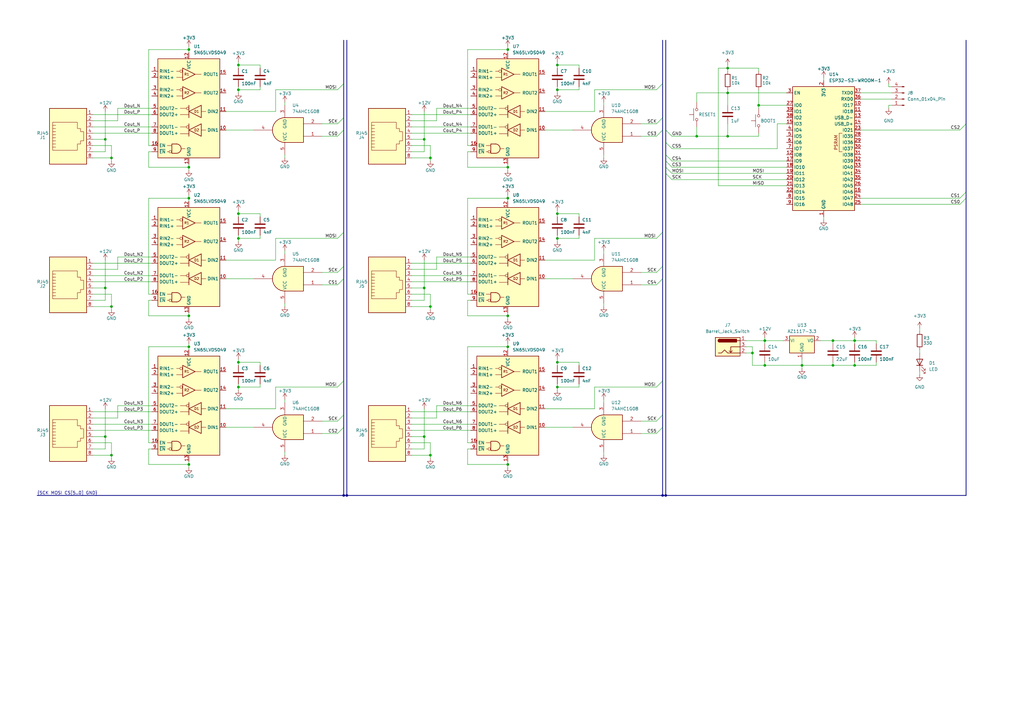
<source format=kicad_sch>
(kicad_sch (version 20250114) (generator "eeschema") (generator_version "9.0")
  (paper "A3")
  (junction (at 97.79 97.79))
  (junction (at 45.72 64.77))
  (junction (at 208.28 129.54))
  (junction (at 208.28 20.32))
  (junction (at 285.75 55.88))
  (junction (at 97.79 36.83))
  (junction (at 208.28 81.28))
  (junction (at 176.53 186.69))
  (junction (at 97.79 148.59))
  (junction (at 97.79 87.63))
  (junction (at 97.79 158.75))
  (junction (at 313.69 139.7))
  (junction (at 43.18 57.15))
  (junction (at 298.45 27.94))
  (junction (at 341.63 149.86))
  (junction (at 45.72 186.69))
  (junction (at 176.53 64.77))
  (junction (at 311.15 43.18))
  (junction (at 228.6 148.59))
  (junction (at 173.99 118.11))
  (junction (at 208.28 68.58))
  (junction (at 77.47 68.58))
  (junction (at 77.47 142.24))
  (junction (at 140.97 203.2))
  (junction (at 228.6 87.63))
  (junction (at 298.45 38.1))
  (junction (at 308.61 144.78))
  (junction (at 228.6 97.79))
  (junction (at 43.18 118.11))
  (junction (at 271.78 203.2))
  (junction (at 228.6 36.83))
  (junction (at 173.99 179.07))
  (junction (at 328.93 149.86))
  (junction (at 208.28 190.5))
  (junction (at 350.52 139.7))
  (junction (at 341.63 139.7))
  (junction (at 77.47 190.5))
  (junction (at 173.99 57.15))
  (junction (at 142.24 203.2))
  (junction (at 77.47 20.32))
  (junction (at 228.6 26.67))
  (junction (at 228.6 158.75))
  (junction (at 313.69 149.86))
  (junction (at 77.47 81.28))
  (junction (at 273.05 203.2))
  (junction (at 97.79 26.67))
  (junction (at 43.18 179.07))
  (junction (at 45.72 125.73))
  (junction (at 77.47 129.54))
  (junction (at 176.53 125.73))
  (junction (at 208.28 142.24))
  (junction (at 350.52 149.86))
  (junction (at 298.45 55.88))
  (bus_entry (at 396.24 81.28) (size -2.54 2.54))
  (bus_entry (at 273.05 58.42) (size 2.54 2.54))
  (bus_entry (at 140.97 34.29) (size -2.54 2.54))
  (bus_entry (at 140.97 95.25) (size -2.54 2.54))
  (bus_entry (at 271.78 156.21) (size -2.54 2.54))
  (bus_entry (at 271.78 53.34) (size -2.54 2.54))
  (bus_entry (at 140.97 170.18) (size -2.54 2.54))
  (bus_entry (at 273.05 53.34) (size 2.54 2.54))
  (bus_entry (at 271.78 34.29) (size -2.54 2.54))
  (bus_entry (at 396.24 78.74) (size -2.54 2.54))
  (bus_entry (at 396.24 50.8) (size -2.54 2.54))
  (bus_entry (at 273.05 66.04) (size 2.54 2.54))
  (bus_entry (at 273.05 71.12) (size 2.54 2.54))
  (bus_entry (at 273.05 63.5) (size 2.54 2.54))
  (bus_entry (at 140.97 48.26) (size -2.54 2.54))
  (bus_entry (at 271.78 48.26) (size -2.54 2.54))
  (bus_entry (at 140.97 156.21) (size -2.54 2.54))
  (bus_entry (at 271.78 95.25) (size -2.54 2.54))
  (bus_entry (at 271.78 114.3) (size -2.54 2.54))
  (bus_entry (at 271.78 170.18) (size -2.54 2.54))
  (bus_entry (at 271.78 109.22) (size -2.54 2.54))
  (bus_entry (at 271.78 175.26) (size -2.54 2.54))
  (bus_entry (at 140.97 175.26) (size -2.54 2.54))
  (bus_entry (at 273.05 68.58) (size 2.54 2.54))
  (bus_entry (at 140.97 114.3) (size -2.54 2.54))
  (bus_entry (at 140.97 53.34) (size -2.54 2.54))
  (bus_entry (at 140.97 109.22) (size -2.54 2.54))
  (wire (pts (xy 173.99 167.64) (xy 173.99 179.07)))
  (wire (pts (xy 191.77 59.69) (xy 193.04 59.69)))
  (wire (pts (xy 132.08 50.8) (xy 138.43 50.8)))
  (bus (pts (xy 271.78 95.25) (xy 271.78 109.22)))
  (wire (pts (xy 106.68 36.83) (xy 97.79 36.83)))
  (wire (pts (xy 350.52 139.7) (xy 350.52 140.97)))
  (wire (pts (xy 191.77 68.58) (xy 208.28 68.58)))
  (wire (pts (xy 179.07 105.41) (xy 179.07 110.49)))
  (wire (pts (xy 341.63 139.7) (xy 341.63 140.97)))
  (wire (pts (xy 208.28 68.58) (xy 208.28 69.85)))
  (bus (pts (xy 142.24 16.51) (xy 142.24 203.2)))
  (wire (pts (xy 247.65 41.91) (xy 247.65 43.18)))
  (wire (pts (xy 208.28 20.32) (xy 208.28 21.59)))
  (wire (pts (xy 38.1 186.69) (xy 45.72 186.69)))
  (wire (pts (xy 97.79 96.52) (xy 97.79 97.79)))
  (wire (pts (xy 38.1 179.07) (xy 43.18 179.07)))
  (wire (pts (xy 298.45 38.1) (xy 322.58 38.1)))
  (wire (pts (xy 60.96 20.32) (xy 77.47 20.32)))
  (wire (pts (xy 191.77 190.5) (xy 208.28 190.5)))
  (wire (pts (xy 77.47 19.05) (xy 77.47 20.32)))
  (wire (pts (xy 275.59 60.96) (xy 318.77 60.96)))
  (wire (pts (xy 45.72 125.73) (xy 45.72 127)))
  (wire (pts (xy 228.6 87.63) (xy 237.49 87.63)))
  (wire (pts (xy 298.45 38.1) (xy 298.45 43.18)))
  (bus (pts (xy 273.05 66.04) (xy 273.05 68.58)))
  (wire (pts (xy 191.77 181.61) (xy 191.77 142.24)))
  (wire (pts (xy 38.1 176.53) (xy 62.23 176.53)))
  (wire (pts (xy 377.19 143.51) (xy 377.19 144.78)))
  (wire (pts (xy 97.79 148.59) (xy 106.68 148.59)))
  (wire (pts (xy 132.08 116.84) (xy 138.43 116.84)))
  (wire (pts (xy 275.59 71.12) (xy 322.58 71.12)))
  (wire (pts (xy 311.15 27.94) (xy 311.15 29.21)))
  (wire (pts (xy 243.84 45.72) (xy 243.84 36.83)))
  (bus (pts (xy 271.78 114.3) (xy 271.78 156.21)))
  (wire (pts (xy 262.89 177.8) (xy 269.24 177.8)))
  (wire (pts (xy 113.03 97.79) (xy 138.43 97.79)))
  (wire (pts (xy 113.03 45.72) (xy 113.03 36.83)))
  (bus (pts (xy 271.78 175.26) (xy 271.78 203.2)))
  (wire (pts (xy 92.71 167.64) (xy 113.03 167.64)))
  (wire (pts (xy 311.15 44.45) (xy 311.15 43.18)))
  (bus (pts (xy 271.78 156.21) (xy 271.78 170.18)))
  (wire (pts (xy 60.96 184.15) (xy 60.96 190.5)))
  (wire (pts (xy 168.91 59.69) (xy 176.53 59.69)))
  (wire (pts (xy 168.91 107.95) (xy 193.04 107.95)))
  (wire (pts (xy 223.52 106.68) (xy 243.84 106.68)))
  (wire (pts (xy 106.68 27.94) (xy 106.68 26.67)))
  (wire (pts (xy 168.91 49.53) (xy 179.07 49.53)))
  (wire (pts (xy 168.91 64.77) (xy 176.53 64.77)))
  (wire (pts (xy 243.84 158.75) (xy 269.24 158.75)))
  (wire (pts (xy 168.91 173.99) (xy 193.04 173.99)))
  (wire (pts (xy 60.96 81.28) (xy 77.47 81.28)))
  (wire (pts (xy 97.79 87.63) (xy 97.79 88.9)))
  (wire (pts (xy 350.52 139.7) (xy 359.41 139.7)))
  (wire (pts (xy 173.99 123.19) (xy 173.99 118.11)))
  (wire (pts (xy 106.68 158.75) (xy 97.79 158.75)))
  (wire (pts (xy 38.1 107.95) (xy 62.23 107.95)))
  (bus (pts (xy 396.24 78.74) (xy 396.24 81.28)))
  (wire (pts (xy 97.79 147.32) (xy 97.79 148.59)))
  (wire (pts (xy 294.64 27.94) (xy 294.64 76.2)))
  (wire (pts (xy 62.23 184.15) (xy 60.96 184.15)))
  (wire (pts (xy 237.49 35.56) (xy 237.49 36.83)))
  (wire (pts (xy 341.63 148.59) (xy 341.63 149.86)))
  (wire (pts (xy 208.28 80.01) (xy 208.28 81.28)))
  (wire (pts (xy 60.96 59.69) (xy 60.96 20.32)))
  (wire (pts (xy 38.1 125.73) (xy 45.72 125.73)))
  (wire (pts (xy 237.49 149.86) (xy 237.49 148.59)))
  (wire (pts (xy 223.52 53.34) (xy 234.95 53.34)))
  (wire (pts (xy 60.96 120.65) (xy 62.23 120.65)))
  (wire (pts (xy 318.77 60.96) (xy 318.77 50.8)))
  (wire (pts (xy 208.28 129.54) (xy 208.28 130.81)))
  (wire (pts (xy 77.47 68.58) (xy 77.47 69.85)))
  (wire (pts (xy 306.07 139.7) (xy 313.69 139.7)))
  (wire (pts (xy 350.52 138.43) (xy 350.52 139.7)))
  (wire (pts (xy 77.47 128.27) (xy 77.47 129.54)))
  (bus (pts (xy 140.97 114.3) (xy 140.97 156.21)))
  (wire (pts (xy 132.08 111.76) (xy 138.43 111.76)))
  (wire (pts (xy 243.84 36.83) (xy 269.24 36.83)))
  (wire (pts (xy 38.1 64.77) (xy 45.72 64.77)))
  (wire (pts (xy 208.28 142.24) (xy 208.28 143.51)))
  (wire (pts (xy 298.45 26.67) (xy 298.45 27.94)))
  (wire (pts (xy 179.07 105.41) (xy 193.04 105.41)))
  (wire (pts (xy 38.1 57.15) (xy 43.18 57.15)))
  (wire (pts (xy 106.68 97.79) (xy 106.68 96.52)))
  (wire (pts (xy 191.77 129.54) (xy 208.28 129.54)))
  (wire (pts (xy 306.07 142.24) (xy 308.61 142.24)))
  (bus (pts (xy 140.97 95.25) (xy 140.97 109.22)))
  (wire (pts (xy 237.49 36.83) (xy 228.6 36.83)))
  (wire (pts (xy 262.89 50.8) (xy 269.24 50.8)))
  (wire (pts (xy 106.68 158.75) (xy 106.68 157.48)))
  (wire (pts (xy 191.77 62.23) (xy 191.77 68.58)))
  (wire (pts (xy 38.1 184.15) (xy 43.18 184.15)))
  (wire (pts (xy 77.47 142.24) (xy 77.47 143.51)))
  (wire (pts (xy 328.93 149.86) (xy 341.63 149.86)))
  (wire (pts (xy 313.69 139.7) (xy 313.69 140.97)))
  (wire (pts (xy 298.45 27.94) (xy 298.45 29.21)))
  (wire (pts (xy 168.91 120.65) (xy 176.53 120.65)))
  (wire (pts (xy 38.1 110.49) (xy 48.26 110.49)))
  (bus (pts (xy 271.78 34.29) (xy 271.78 48.26)))
  (wire (pts (xy 228.6 86.36) (xy 228.6 87.63)))
  (wire (pts (xy 60.96 120.65) (xy 60.96 81.28)))
  (wire (pts (xy 179.07 166.37) (xy 179.07 171.45)))
  (wire (pts (xy 191.77 59.69) (xy 191.77 20.32)))
  (wire (pts (xy 168.91 123.19) (xy 173.99 123.19)))
  (wire (pts (xy 228.6 97.79) (xy 228.6 99.06)))
  (wire (pts (xy 294.64 76.2) (xy 322.58 76.2)))
  (wire (pts (xy 191.77 81.28) (xy 208.28 81.28)))
  (wire (pts (xy 92.71 53.34) (xy 104.14 53.34)))
  (wire (pts (xy 168.91 110.49) (xy 179.07 110.49)))
  (wire (pts (xy 353.06 53.34) (xy 393.7 53.34)))
  (wire (pts (xy 179.07 166.37) (xy 193.04 166.37)))
  (wire (pts (xy 223.52 45.72) (xy 243.84 45.72)))
  (wire (pts (xy 132.08 55.88) (xy 138.43 55.88)))
  (wire (pts (xy 179.07 44.45) (xy 179.07 49.53)))
  (wire (pts (xy 38.1 49.53) (xy 48.26 49.53)))
  (bus (pts (xy 273.05 53.34) (xy 273.05 58.42)))
  (wire (pts (xy 191.77 123.19) (xy 191.77 129.54)))
  (wire (pts (xy 176.53 120.65) (xy 176.53 125.73)))
  (wire (pts (xy 364.49 43.18) (xy 364.49 44.45)))
  (wire (pts (xy 97.79 26.67) (xy 106.68 26.67)))
  (bus (pts (xy 271.78 170.18) (xy 271.78 175.26)))
  (wire (pts (xy 97.79 25.4) (xy 97.79 26.67)))
  (bus (pts (xy 273.05 16.51) (xy 273.05 53.34)))
  (wire (pts (xy 247.65 64.77) (xy 247.65 63.5)))
  (wire (pts (xy 243.84 97.79) (xy 269.24 97.79)))
  (bus (pts (xy 271.78 109.22) (xy 271.78 114.3)))
  (wire (pts (xy 208.28 67.31) (xy 208.28 68.58)))
  (wire (pts (xy 275.59 68.58) (xy 322.58 68.58)))
  (wire (pts (xy 308.61 144.78) (xy 308.61 149.86)))
  (wire (pts (xy 328.93 149.86) (xy 328.93 151.13)))
  (bus (pts (xy 273.05 68.58) (xy 273.05 71.12)))
  (wire (pts (xy 77.47 20.32) (xy 77.47 21.59)))
  (wire (pts (xy 208.28 128.27) (xy 208.28 129.54)))
  (wire (pts (xy 168.91 118.11) (xy 173.99 118.11)))
  (bus (pts (xy 140.97 203.2) (xy 142.24 203.2)))
  (wire (pts (xy 168.91 54.61) (xy 193.04 54.61)))
  (bus (pts (xy 15.24 203.2) (xy 140.97 203.2)))
  (wire (pts (xy 377.19 134.62) (xy 377.19 135.89)))
  (wire (pts (xy 43.18 184.15) (xy 43.18 179.07)))
  (wire (pts (xy 298.45 36.83) (xy 298.45 38.1)))
  (wire (pts (xy 228.6 36.83) (xy 228.6 38.1)))
  (wire (pts (xy 168.91 62.23) (xy 173.99 62.23)))
  (wire (pts (xy 179.07 44.45) (xy 193.04 44.45)))
  (wire (pts (xy 168.91 57.15) (xy 173.99 57.15)))
  (wire (pts (xy 168.91 52.07) (xy 193.04 52.07)))
  (wire (pts (xy 43.18 123.19) (xy 43.18 118.11)))
  (wire (pts (xy 318.77 50.8) (xy 322.58 50.8)))
  (wire (pts (xy 308.61 149.86) (xy 313.69 149.86)))
  (wire (pts (xy 275.59 73.66) (xy 322.58 73.66)))
  (wire (pts (xy 106.68 97.79) (xy 97.79 97.79)))
  (wire (pts (xy 116.84 186.69) (xy 116.84 185.42)))
  (wire (pts (xy 38.1 115.57) (xy 62.23 115.57)))
  (wire (pts (xy 92.71 45.72) (xy 113.03 45.72)))
  (wire (pts (xy 313.69 138.43) (xy 313.69 139.7)))
  (wire (pts (xy 191.77 120.65) (xy 191.77 81.28)))
  (bus (pts (xy 140.97 53.34) (xy 140.97 95.25)))
  (wire (pts (xy 350.52 149.86) (xy 341.63 149.86)))
  (wire (pts (xy 208.28 81.28) (xy 208.28 82.55)))
  (wire (pts (xy 168.91 113.03) (xy 193.04 113.03)))
  (bus (pts (xy 273.05 71.12) (xy 273.05 203.2)))
  (wire (pts (xy 38.1 52.07) (xy 62.23 52.07)))
  (wire (pts (xy 191.77 181.61) (xy 193.04 181.61)))
  (wire (pts (xy 168.91 186.69) (xy 176.53 186.69)))
  (wire (pts (xy 298.45 27.94) (xy 311.15 27.94)))
  (wire (pts (xy 228.6 148.59) (xy 228.6 149.86)))
  (wire (pts (xy 113.03 106.68) (xy 113.03 97.79)))
  (wire (pts (xy 193.04 62.23) (xy 191.77 62.23)))
  (wire (pts (xy 377.19 152.4) (xy 377.19 153.67)))
  (wire (pts (xy 193.04 184.15) (xy 191.77 184.15)))
  (wire (pts (xy 77.47 140.97) (xy 77.47 142.24)))
  (wire (pts (xy 173.99 62.23) (xy 173.99 57.15)))
  (wire (pts (xy 173.99 106.68) (xy 173.99 118.11)))
  (wire (pts (xy 116.84 64.77) (xy 116.84 63.5)))
  (wire (pts (xy 77.47 81.28) (xy 77.47 82.55)))
  (wire (pts (xy 359.41 148.59) (xy 359.41 149.86)))
  (wire (pts (xy 353.06 83.82) (xy 393.7 83.82)))
  (wire (pts (xy 208.28 190.5) (xy 208.28 191.77)))
  (wire (pts (xy 193.04 123.19) (xy 191.77 123.19)))
  (wire (pts (xy 176.53 59.69) (xy 176.53 64.77)))
  (wire (pts (xy 106.68 35.56) (xy 106.68 36.83)))
  (wire (pts (xy 113.03 158.75) (xy 138.43 158.75)))
  (wire (pts (xy 45.72 64.77) (xy 45.72 66.04)))
  (wire (pts (xy 285.75 55.88) (xy 298.45 55.88)))
  (wire (pts (xy 176.53 64.77) (xy 176.53 66.04)))
  (wire (pts (xy 341.63 139.7) (xy 350.52 139.7)))
  (wire (pts (xy 237.49 158.75) (xy 228.6 158.75)))
  (wire (pts (xy 350.52 148.59) (xy 350.52 149.86)))
  (wire (pts (xy 365.76 35.56) (xy 364.49 35.56)))
  (wire (pts (xy 92.71 106.68) (xy 113.03 106.68)))
  (wire (pts (xy 176.53 181.61) (xy 176.53 186.69)))
  (bus (pts (xy 142.24 203.2) (xy 271.78 203.2)))
  (wire (pts (xy 45.72 120.65) (xy 45.72 125.73)))
  (wire (pts (xy 113.03 167.64) (xy 113.03 158.75)))
  (wire (pts (xy 262.89 116.84) (xy 269.24 116.84)))
  (wire (pts (xy 228.6 26.67) (xy 228.6 27.94)))
  (wire (pts (xy 364.49 35.56) (xy 364.49 34.29)))
  (wire (pts (xy 60.96 62.23) (xy 60.96 68.58)))
  (wire (pts (xy 38.1 181.61) (xy 45.72 181.61)))
  (wire (pts (xy 285.75 41.91) (xy 285.75 38.1)))
  (wire (pts (xy 45.72 186.69) (xy 45.72 187.96)))
  (wire (pts (xy 168.91 115.57) (xy 193.04 115.57)))
  (wire (pts (xy 168.91 184.15) (xy 173.99 184.15)))
  (wire (pts (xy 77.47 80.01) (xy 77.47 81.28)))
  (bus (pts (xy 273.05 63.5) (xy 273.05 66.04)))
  (wire (pts (xy 208.28 189.23) (xy 208.28 190.5)))
  (wire (pts (xy 311.15 43.18) (xy 322.58 43.18)))
  (wire (pts (xy 62.23 62.23) (xy 60.96 62.23)))
  (wire (pts (xy 228.6 158.75) (xy 228.6 160.02)))
  (wire (pts (xy 191.77 142.24) (xy 208.28 142.24)))
  (wire (pts (xy 228.6 147.32) (xy 228.6 148.59)))
  (wire (pts (xy 48.26 166.37) (xy 62.23 166.37)))
  (wire (pts (xy 60.96 181.61) (xy 60.96 142.24)))
  (wire (pts (xy 60.96 123.19) (xy 60.96 129.54)))
  (wire (pts (xy 285.75 38.1) (xy 298.45 38.1)))
  (bus (pts (xy 140.97 48.26) (xy 140.97 53.34)))
  (wire (pts (xy 243.84 106.68) (xy 243.84 97.79)))
  (wire (pts (xy 208.28 140.97) (xy 208.28 142.24)))
  (wire (pts (xy 247.65 186.69) (xy 247.65 185.42)))
  (bus (pts (xy 140.97 175.26) (xy 140.97 203.2)))
  (wire (pts (xy 313.69 148.59) (xy 313.69 149.86)))
  (wire (pts (xy 313.69 149.86) (xy 328.93 149.86)))
  (wire (pts (xy 60.96 181.61) (xy 62.23 181.61)))
  (wire (pts (xy 223.52 114.3) (xy 234.95 114.3)))
  (wire (pts (xy 350.52 149.86) (xy 359.41 149.86)))
  (wire (pts (xy 92.71 175.26) (xy 104.14 175.26)))
  (wire (pts (xy 38.1 118.11) (xy 43.18 118.11)))
  (wire (pts (xy 168.91 125.73) (xy 176.53 125.73)))
  (wire (pts (xy 43.18 106.68) (xy 43.18 118.11)))
  (wire (pts (xy 116.84 163.83) (xy 116.84 165.1)))
  (wire (pts (xy 97.79 148.59) (xy 97.79 149.86)))
  (wire (pts (xy 191.77 120.65) (xy 193.04 120.65)))
  (wire (pts (xy 243.84 167.64) (xy 243.84 158.75)))
  (wire (pts (xy 313.69 139.7) (xy 321.31 139.7)))
  (wire (pts (xy 116.84 125.73) (xy 116.84 124.46)))
  (wire (pts (xy 48.26 44.45) (xy 48.26 49.53)))
  (wire (pts (xy 43.18 45.72) (xy 43.18 57.15)))
  (bus (pts (xy 271.78 203.2) (xy 273.05 203.2)))
  (wire (pts (xy 176.53 125.73) (xy 176.53 127)))
  (wire (pts (xy 337.82 88.9) (xy 337.82 90.17)))
  (wire (pts (xy 48.26 105.41) (xy 48.26 110.49)))
  (wire (pts (xy 97.79 86.36) (xy 97.79 87.63)))
  (wire (pts (xy 191.77 20.32) (xy 208.28 20.32)))
  (wire (pts (xy 275.59 66.04) (xy 322.58 66.04)))
  (wire (pts (xy 43.18 62.23) (xy 43.18 57.15)))
  (bus (pts (xy 396.24 81.28) (xy 396.24 203.2)))
  (bus (pts (xy 271.78 53.34) (xy 271.78 95.25)))
  (wire (pts (xy 247.65 125.73) (xy 247.65 124.46)))
  (wire (pts (xy 97.79 87.63) (xy 106.68 87.63)))
  (wire (pts (xy 237.49 88.9) (xy 237.49 87.63)))
  (wire (pts (xy 294.64 27.94) (xy 298.45 27.94)))
  (wire (pts (xy 38.1 54.61) (xy 62.23 54.61)))
  (wire (pts (xy 60.96 68.58) (xy 77.47 68.58)))
  (wire (pts (xy 298.45 50.8) (xy 298.45 55.88)))
  (wire (pts (xy 168.91 46.99) (xy 193.04 46.99)))
  (wire (pts (xy 97.79 26.67) (xy 97.79 27.94)))
  (bus (pts (xy 271.78 16.51) (xy 271.78 34.29)))
  (wire (pts (xy 38.1 62.23) (xy 43.18 62.23)))
  (wire (pts (xy 223.52 175.26) (xy 234.95 175.26)))
  (wire (pts (xy 237.49 97.79) (xy 237.49 96.52)))
  (bus (pts (xy 396.24 16.51) (xy 396.24 50.8)))
  (wire (pts (xy 97.79 97.79) (xy 97.79 99.06)))
  (wire (pts (xy 106.68 88.9) (xy 106.68 87.63)))
  (wire (pts (xy 45.72 59.69) (xy 45.72 64.77)))
  (wire (pts (xy 97.79 36.83) (xy 97.79 38.1)))
  (wire (pts (xy 48.26 105.41) (xy 62.23 105.41)))
  (wire (pts (xy 228.6 25.4) (xy 228.6 26.67)))
  (wire (pts (xy 328.93 147.32) (xy 328.93 149.86)))
  (wire (pts (xy 38.1 113.03) (xy 62.23 113.03)))
  (bus (pts (xy 273.05 58.42) (xy 273.05 63.5)))
  (wire (pts (xy 237.49 158.75) (xy 237.49 157.48)))
  (wire (pts (xy 60.96 129.54) (xy 77.47 129.54)))
  (wire (pts (xy 337.82 31.75) (xy 337.82 33.02)))
  (wire (pts (xy 60.96 142.24) (xy 77.47 142.24)))
  (wire (pts (xy 228.6 87.63) (xy 228.6 88.9)))
  (wire (pts (xy 106.68 149.86) (xy 106.68 148.59)))
  (wire (pts (xy 228.6 26.67) (xy 237.49 26.67)))
  (wire (pts (xy 48.26 44.45) (xy 62.23 44.45)))
  (bus (pts (xy 273.05 203.2) (xy 396.24 203.2)))
  (wire (pts (xy 48.26 166.37) (xy 48.26 171.45)))
  (wire (pts (xy 237.49 97.79) (xy 228.6 97.79)))
  (wire (pts (xy 77.47 129.54) (xy 77.47 130.81)))
  (wire (pts (xy 353.06 38.1) (xy 365.76 38.1)))
  (wire (pts (xy 38.1 173.99) (xy 62.23 173.99)))
  (wire (pts (xy 168.91 171.45) (xy 179.07 171.45)))
  (wire (pts (xy 228.6 157.48) (xy 228.6 158.75)))
  (wire (pts (xy 247.65 163.83) (xy 247.65 165.1)))
  (wire (pts (xy 45.72 181.61) (xy 45.72 186.69)))
  (bus (pts (xy 140.97 170.18) (xy 140.97 175.26)))
  (wire (pts (xy 168.91 168.91) (xy 193.04 168.91)))
  (wire (pts (xy 285.75 55.88) (xy 285.75 52.07)))
  (wire (pts (xy 353.06 40.64) (xy 365.76 40.64)))
  (bus (pts (xy 140.97 109.22) (xy 140.97 114.3)))
  (wire (pts (xy 353.06 81.28) (xy 393.7 81.28)))
  (wire (pts (xy 60.96 190.5) (xy 77.47 190.5)))
  (wire (pts (xy 262.89 111.76) (xy 269.24 111.76)))
  (wire (pts (xy 247.65 102.87) (xy 247.65 104.14)))
  (wire (pts (xy 336.55 139.7) (xy 341.63 139.7)))
  (wire (pts (xy 275.59 55.88) (xy 285.75 55.88)))
  (wire (pts (xy 365.76 43.18) (xy 364.49 43.18)))
  (bus (pts (xy 140.97 16.51) (xy 140.97 34.29)))
  (wire (pts (xy 38.1 168.91) (xy 62.23 168.91)))
  (wire (pts (xy 132.08 172.72) (xy 138.43 172.72)))
  (bus (pts (xy 140.97 34.29) (xy 140.97 48.26)))
  (wire (pts (xy 262.89 172.72) (xy 269.24 172.72)))
  (wire (pts (xy 77.47 190.5) (xy 77.47 191.77)))
  (wire (pts (xy 228.6 96.52) (xy 228.6 97.79)))
  (wire (pts (xy 97.79 157.48) (xy 97.79 158.75)))
  (bus (pts (xy 396.24 50.8) (xy 396.24 78.74)))
  (wire (pts (xy 228.6 148.59) (xy 237.49 148.59)))
  (wire (pts (xy 208.28 19.05) (xy 208.28 20.32)))
  (wire (pts (xy 168.91 179.07) (xy 173.99 179.07)))
  (wire (pts (xy 113.03 36.83) (xy 138.43 36.83)))
  (wire (pts (xy 176.53 186.69) (xy 176.53 187.96)))
  (wire (pts (xy 168.91 181.61) (xy 176.53 181.61)))
  (bus (pts (xy 271.78 48.26) (xy 271.78 53.34)))
  (wire (pts (xy 116.84 41.91) (xy 116.84 43.18)))
  (bus (pts (xy 140.97 156.21) (xy 140.97 170.18)))
  (wire (pts (xy 62.23 123.19) (xy 60.96 123.19)))
  (wire (pts (xy 38.1 171.45) (xy 48.26 171.45)))
  (wire (pts (xy 311.15 36.83) (xy 311.15 43.18)))
  (wire (pts (xy 173.99 45.72) (xy 173.99 57.15)))
  (wire (pts (xy 97.79 35.56) (xy 97.79 36.83)))
  (wire (pts (xy 77.47 67.31) (xy 77.47 68.58)))
  (wire (pts (xy 262.89 55.88) (xy 269.24 55.88)))
  (wire (pts (xy 237.49 27.94) (xy 237.49 26.67)))
  (wire (pts (xy 60.96 59.69) (xy 62.23 59.69)))
  (wire (pts (xy 97.79 158.75) (xy 97.79 160.02)))
  (wire (pts (xy 116.84 102.87) (xy 116.84 104.14)))
  (wire (pts (xy 168.91 176.53) (xy 193.04 176.53)))
  (wire (pts (xy 38.1 120.65) (xy 45.72 120.65)))
  (wire (pts (xy 38.1 46.99) (xy 62.23 46.99)))
  (wire (pts (xy 173.99 184.15) (xy 173.99 179.07)))
  (wire (pts (xy 92.71 114.3) (xy 104.14 114.3)))
  (wire (pts (xy 77.47 189.23) (xy 77.47 190.5)))
  (wire (pts (xy 308.61 142.24) (xy 308.61 144.78)))
  (wire (pts (xy 228.6 35.56) (xy 228.6 36.83)))
  (wire (pts (xy 311.15 55.88) (xy 298.45 55.88)))
  (wire (pts (xy 223.52 167.64) (xy 243.84 167.64)))
  (wire (pts (xy 311.15 54.61) (xy 311.15 55.88)))
  (wire (pts (xy 43.18 167.64) (xy 43.18 179.07)))
  (wire (pts (xy 132.08 177.8) (xy 138.43 177.8)))
  (wire (pts (xy 359.41 139.7) (xy 359.41 140.97)))
  (wire (pts (xy 38.1 123.19) (xy 43.18 123.19)))
  (wire (pts (xy 306.07 144.78) (xy 308.61 144.78)))
  (wire (pts (xy 191.77 184.15) (xy 191.77 190.5)))
  (wire (pts (xy 38.1 59.69) (xy 45.72 59.69)))
  (label "Dout_N6" (at 181.61 166.37 0))
  (label "SCK" (at 275.59 73.66 0))
  (label "{SCK MOSI CS[5..0] GND}" (at 15.24 203.2 0))
  (label "MOSI" (at 264.16 97.79 0))
  (label "Cout_P2" (at 50.8 115.57 0))
  (label "Cout_P3" (at 50.8 176.53 0))
  (label "CS4" (at 275.59 66.04 0))
  (label "CS3" (at 275.59 68.58 0))
  (label "CS5" (at 275.59 60.96 0))
  (label "Cout_N4" (at 181.61 52.07 0))
  (label "Dout_P4" (at 181.61 46.99 0))
  (label "Dout_N3" (at 50.8 166.37 0))
  (label "Dout_N5" (at 181.61 105.41 0))
  (label "MOSI" (at 275.59 71.12 0))
  (label "SCK" (at 134.62 111.76 0))
  (label "Dout_P6" (at 181.61 168.91 0))
  (label "CS5" (at 265.43 177.8 0))
  (label "Dout_N2" (at 50.8 105.41 0))
  (label "CS1" (at 389.89 81.28 0))
  (label "SCK" (at 308.61 73.66 0))
  (label "MOSI" (at 308.61 71.12 0))
  (label "SCK" (at 265.43 172.72 0))
  (label "Cout_N2" (at 50.8 113.03 0))
  (label "Dout_P5" (at 181.61 107.95 0))
  (label "SCK" (at 265.43 111.76 0))
  (label "SCK" (at 134.62 172.72 0))
  (label "Cout_N6" (at 181.61 173.99 0))
  (label "Cout_N" (at 50.8 52.07 0))
  (label "MOSI" (at 264.16 36.83 0))
  (label "MISO" (at 308.61 76.2 0))
  (label "Dout_P" (at 50.8 46.99 0))
  (label "SCK" (at 265.43 50.8 0))
  (label "Cout_P6" (at 181.61 176.53 0))
  (label "Cout_P5" (at 181.61 115.57 0))
  (label "MOSI" (at 133.35 97.79 0))
  (label "CS2" (at 389.89 53.34 0))
  (label "SCK" (at 134.62 50.8 0))
  (label "MOSI" (at 133.35 36.83 0))
  (label "Dout_N" (at 50.8 44.45 0))
  (label "CS3" (at 265.43 55.88 0))
  (label "Cout_N3" (at 50.8 173.99 0))
  (label "Cout_P4" (at 181.61 54.61 0))
  (label "Cout_N5" (at 181.61 113.03 0))
  (label "CS4" (at 265.43 116.84 0))
  (label "CS0" (at 389.89 83.82 0))
  (label "Dout_N4" (at 181.61 44.45 0))
  (label "MOSI" (at 264.16 158.75 0))
  (label "CS2" (at 134.62 177.8 0))
  (label "Cout_P" (at 50.8 54.61 0))
  (label "MOSI" (at 133.35 158.75 0))
  (label "Dout_P2" (at 50.8 107.95 0))
  (label "CS1" (at 134.62 116.84 0))
  (label "CS0" (at 134.62 55.88 0))
  (label "GND" (at 275.59 55.88 0))
  (label "Dout_P3" (at 50.8 168.91 0))
  (symbol (lib_id "Connector:Barrel_Jack_Switch") (at 298.45 142.24 0) (unit 1)
    (property "Reference" "J7" (at 298.45 133.35 0))
    (property "Value" "Barrel_Jack_Switch" (at 298.45 135.89 0))
    (property "Footprint" "Connector_BarrelJack:BarrelJack_Kycon_KLDX-0202-xC_Horizontal" (effects (hide yes)))
    (property "Description" "DC Barrel Jack with an internal switch" (effects (hide yes)))
  )
  (symbol (lib_id "Connector:RJ45") (at 27.94 176.53 0) (mirror x) (unit 1)
    (property "Reference" "J3" (at 17.526 178.308 0))
    (property "Value" "RJ45" (at 17.526 176.53 0))
    (property "Footprint" "Connector_RJ:RJ45_Amphenol_54602-x08_Horizontal" (effects (hide yes)))
    (property "Description" "RJ connector, 8P8C (8 positions 8 connected)" (effects (hide yes)))
  )
  (symbol (lib_id "power:+3V3") (at 364.49 34.29 0) (unit 1)
    (property "Reference" "#PWR057" (effects (hide yes)))
    (property "Value" "+3V3" (at 364.49 29.21 0))
  )
  (symbol (lib_id "My_New_Library:SN65LVDS049") (at 208.28 105.41 0) (unit 1)
    (property "Reference" "U8" (at 210.2359 80.01 0) (effects (justify left)))
    (property "Value" "SN65LVDS049" (at 210.2359 82.55 0) (effects (justify left)))
    (property "Footprint" "Package_SO:TSSOP-16_4.4x5mm_P0.65mm" (effects (hide yes)))
    (property "Datasheet" "http://www.ti.com/lit/ds/symlink/sn65lvds049.pdf" (effects (hide yes)))
  )
  (symbol (lib_id "power:+3V3") (at 228.6 25.4 0) (unit 1)
    (property "Reference" "#PWR037" (effects (hide yes)))
    (property "Value" "+3V3" (at 228.6 21.844 0))
  )
  (symbol (lib_id "power:+3V3") (at 77.47 19.05 0) (unit 1)
    (property "Reference" "#PWR07" (effects (hide yes)))
    (property "Value" "+3V3" (at 77.47 15.494 0))
  )
  (symbol (lib_id "Device:C") (at 237.49 153.67 0) (unit 1)
    (property "Reference" "C12" (at 238.76 151.13 0) (effects (justify left)))
    (property "Value" "4nF" (at 238.76 156.21 0) (effects (justify left)))
    (property "Footprint" "Capacitor_SMD:C_0805_2012Metric" (effects (hide yes)))
  )
  (symbol (lib_id "power:GND") (at 116.84 125.73 0) (unit 1)
    (property "Reference" "#PWR022" (effects (hide yes)))
    (property "Value" "GND" (at 116.84 129.286 0))
  )
  (symbol (lib_id "Device:R") (at 298.45 33.02 0) (unit 1)
    (property "Reference" "R1" (at 301.244 32.004 0))
    (property "Value" "10k" (at 301.752 34.036 0))
    (property "Footprint" "Resistor_SMD:R_0805_2012Metric" (effects (hide yes)))
  )
  (symbol (lib_id "Device:C") (at 237.49 92.71 0) (unit 1)
    (property "Reference" "C11" (at 238.76 90.17 0) (effects (justify left)))
    (property "Value" "4nF" (at 238.76 95.25 0) (effects (justify left)))
    (property "Footprint" "Capacitor_SMD:C_0805_2012Metric" (effects (hide yes)))
  )
  (symbol (lib_id "Device:LED") (at 377.19 148.59 90) (unit 1)
    (property "Reference" "D1" (at 381 148.9075 90) (effects (justify right)))
    (property "Value" "LED" (at 381 151.4475 90) (effects (justify right)))
    (property "Footprint" "LED_SMD:LED_0805_2012Metric" (effects (hide yes)))
  )
  (symbol (lib_id "My_New_Library:SN65LVDS049") (at 77.47 44.45 0) (unit 1)
    (property "Reference" "U1" (at 79.4259 19.05 0) (effects (justify left)))
    (property "Value" "SN65LVDS049" (at 79.4259 21.59 0) (effects (justify left)))
    (property "Footprint" "Package_SO:TSSOP-16_4.4x5mm_P0.65mm" (effects (hide yes)))
    (property "Datasheet" "http://www.ti.com/lit/ds/symlink/sn65lvds049.pdf" (effects (hide yes)))
  )
  (symbol (lib_id "power:+3V3") (at 77.47 80.01 0) (unit 1)
    (property "Reference" "#PWR09" (effects (hide yes)))
    (property "Value" "+3V3" (at 77.47 76.454 0))
  )
  (symbol (lib_id "Connector:RJ45") (at 158.75 115.57 0) (mirror x) (unit 1)
    (property "Reference" "J5" (at 148.336 117.348 0))
    (property "Value" "RJ45" (at 148.336 115.57 0))
    (property "Footprint" "Connector_RJ:RJ45_Amphenol_54602-x08_Horizontal" (effects (hide yes)))
    (property "Description" "RJ connector, 8P8C (8 positions 8 connected)" (effects (hide yes)))
  )
  (symbol (lib_id "My_New_Library:SN65LVDS049") (at 77.47 166.37 0) (unit 1)
    (property "Reference" "U3" (at 79.4259 140.97 0) (effects (justify left)))
    (property "Value" "SN65LVDS049" (at 79.4259 143.51 0) (effects (justify left)))
    (property "Footprint" "Package_SO:TSSOP-16_4.4x5mm_P0.65mm" (effects (hide yes)))
    (property "Datasheet" "http://www.ti.com/lit/ds/symlink/sn65lvds049.pdf" (effects (hide yes)))
  )
  (symbol (lib_id "power:+3V3") (at 247.65 102.87 0) (unit 1)
    (property "Reference" "#PWR045" (effects (hide yes)))
    (property "Value" "+3V3" (at 247.65 99.314 0))
  )
  (symbol (lib_id "power:+3V3") (at 208.28 140.97 0) (unit 1)
    (property "Reference" "#PWR035" (effects (hide yes)))
    (property "Value" "+3V3" (at 208.28 137.414 0))
  )
  (symbol (lib_id "power:+3V3") (at 298.45 26.67 0) (unit 1)
    (property "Reference" "#PWR049" (effects (hide yes)))
    (property "Value" "+3V3" (at 298.45 21.59 0))
  )
  (symbol (lib_id "Connector:RJ45") (at 27.94 115.57 0) (mirror x) (unit 1)
    (property "Reference" "J2" (at 17.526 117.348 0))
    (property "Value" "RJ45" (at 17.526 115.57 0))
    (property "Footprint" "Connector_RJ:RJ45_Amphenol_54602-x08_Horizontal" (effects (hide yes)))
    (property "Description" "RJ connector, 8P8C (8 positions 8 connected)" (effects (hide yes)))
  )
  (symbol (lib_id "Device:C") (at 313.69 144.78 0) (unit 1)
    (property "Reference" "C14" (at 314.96 142.24 0) (effects (justify left)))
    (property "Value" "10uF" (at 314.96 147.32 0) (effects (justify left)))
    (property "Footprint" "Capacitor_SMD:C_0805_2012Metric" (effects (hide yes)))
  )
  (symbol (lib_id "power:GND") (at 364.49 44.45 0) (unit 1)
    (property "Reference" "#PWR058" (effects (hide yes)))
    (property "Value" "GND" (at 364.49 49.53 0))
  )
  (symbol (lib_id "power:+12V") (at 173.99 106.68 0) (unit 1)
    (property "Reference" "#PWR026" (effects (hide yes)))
    (property "Value" "+12V" (at 173.99 103.124 0))
    (property "Description" "Power symbol creates a global label with name \"+12V\"" (effects (hide yes)))
  )
  (symbol (lib_id "power:+3V3") (at 116.84 41.91 0) (unit 1)
    (property "Reference" "#PWR019" (effects (hide yes)))
    (property "Value" "+3V3" (at 116.84 38.354 0))
  )
  (symbol (lib_id "74xGxx:74AHC1G08") (at 247.65 114.3 180) (unit 1)
    (property "Reference" "U11" (at 250.6665 104.14 0) (effects (justify right)))
    (property "Value" "74AHC1G08" (at 250.6665 106.68 0) (effects (justify right)))
    (property "Footprint" "Package_TO_SOT_SMD:SOT-23-5_HandSoldering" (effects (hide yes)))
    (property "Datasheet" "http://www.ti.com/lit/sg/scyt129e/scyt129e.pdf" (effects (hide yes)))
    (property "Description" "Single AND Gate, Low-Voltage CMOS" (effects (hide yes)))
  )
  (symbol (lib_id "power:GND") (at 77.47 130.81 0) (unit 1)
    (property "Reference" "#PWR010" (effects (hide yes)))
    (property "Value" "GND" (at 77.47 134.366 0))
  )
  (symbol (lib_id "Regulator_Linear:AZ1117-3.3") (at 328.93 139.7 0) (unit 1)
    (property "Reference" "U13" (at 328.93 133.35 0))
    (property "Value" "AZ1117-3.3" (at 328.93 135.89 0))
    (property "Footprint" "Package_TO_SOT_SMD:SOT-223-3_TabPin2" (effects (hide yes)))
    (property "Datasheet" "https://www.diodes.com/assets/Datasheets/AZ1117.pdf" (effects (hide yes)))
    (property "Description" "1A 20V Fixed LDO Linear Regulator, 3.3V, SOT-89/SOT-223/TO-220/TO-252/TO-263" (effects (hide yes)))
  )
  (symbol (lib_id "power:GND") (at 208.28 191.77 0) (unit 1)
    (property "Reference" "#PWR036" (effects (hide yes)))
    (property "Value" "GND" (at 208.28 195.326 0))
  )
  (symbol (lib_id "power:+3V3") (at 337.82 31.75 0) (unit 1)
    (property "Reference" "#PWR054" (effects (hide yes)))
    (property "Value" "+3V3" (at 337.82 28.194 0))
  )
  (symbol (lib_id "74xGxx:74AHC1G08") (at 247.65 175.26 180) (unit 1)
    (property "Reference" "U12" (at 250.6665 165.1 0) (effects (justify right)))
    (property "Value" "74AHC1G08" (at 250.6665 167.64 0) (effects (justify right)))
    (property "Footprint" "Package_TO_SOT_SMD:SOT-23-5_HandSoldering" (effects (hide yes)))
    (property "Datasheet" "http://www.ti.com/lit/sg/scyt129e/scyt129e.pdf" (effects (hide yes)))
    (property "Description" "Single AND Gate, Low-Voltage CMOS" (effects (hide yes)))
  )
  (symbol (lib_id "power:+12V") (at 43.18 106.68 0) (unit 1)
    (property "Reference" "#PWR02" (effects (hide yes)))
    (property "Value" "+12V" (at 43.18 103.124 0))
    (property "Description" "Power symbol creates a global label with name \"+12V\"" (effects (hide yes)))
  )
  (symbol (lib_id "Device:C") (at 97.79 31.75 0) (unit 1)
    (property "Reference" "C1" (at 99.06 29.21 0) (effects (justify left)))
    (property "Value" "100nF" (at 99.06 34.29 0) (effects (justify left)))
    (property "Footprint" "Capacitor_SMD:C_0805_2012Metric" (effects (hide yes)))
  )
  (symbol (lib_id "power:GND") (at 97.79 160.02 0) (unit 1)
    (property "Reference" "#PWR018" (effects (hide yes)))
    (property "Value" "GND" (at 97.79 163.576 0))
  )
  (symbol (lib_id "Connector:Conn_01x04_Pin") (at 370.84 40.64 180) (unit 1)
    (property "Reference" "J8" (at 372.11 38.0999 0) (effects (justify right)))
    (property "Value" "Conn_01x04_Pin" (at 372.11 40.6399 0) (effects (justify right)))
    (property "Footprint" "Connector_PinHeader_2.54mm:PinHeader_1x04_P2.54mm_Vertical" (effects (hide yes)))
    (property "Description" "Generic connector, single row, 01x04, script generated" (effects (hide yes)))
  )
  (symbol (lib_id "power:+3V3") (at 228.6 147.32 0) (unit 1)
    (property "Reference" "#PWR041" (effects (hide yes)))
    (property "Value" "+3V3" (at 228.6 143.764 0))
  )
  (symbol (lib_id "power:+3V3") (at 208.28 19.05 0) (unit 1)
    (property "Reference" "#PWR031" (effects (hide yes)))
    (property "Value" "+3V3" (at 208.28 15.494 0))
  )
  (symbol (lib_id "power:+12V") (at 313.69 138.43 0) (unit 1)
    (property "Reference" "#PWR052" (effects (hide yes)))
    (property "Value" "+12V" (at 313.69 134.874 0))
    (property "Description" "Power symbol creates a global label with name \"+12V\"" (effects (hide yes)))
  )
  (symbol (lib_id "power:GND") (at 228.6 160.02 0) (unit 1)
    (property "Reference" "#PWR042" (effects (hide yes)))
    (property "Value" "GND" (at 228.6 163.576 0))
  )
  (symbol (lib_id "power:GND") (at 247.65 125.73 0) (unit 1)
    (property "Reference" "#PWR046" (effects (hide yes)))
    (property "Value" "GND" (at 247.65 129.286 0))
  )
  (symbol (lib_id "power:GND") (at 116.84 186.69 0) (unit 1)
    (property "Reference" "#PWR024" (effects (hide yes)))
    (property "Value" "GND" (at 116.84 190.246 0))
  )
  (symbol (lib_id "Device:C") (at 106.68 153.67 0) (unit 1)
    (property "Reference" "C6" (at 107.95 151.13 0) (effects (justify left)))
    (property "Value" "4nF" (at 107.95 156.21 0) (effects (justify left)))
    (property "Footprint" "Capacitor_SMD:C_0805_2012Metric" (effects (hide yes)))
  )
  (symbol (lib_id "Device:C") (at 228.6 153.67 0) (unit 1)
    (property "Reference" "C9" (at 229.87 151.13 0) (effects (justify left)))
    (property "Value" "100nF" (at 229.87 156.21 0) (effects (justify left)))
    (property "Footprint" "Capacitor_SMD:C_0805_2012Metric" (effects (hide yes)))
  )
  (symbol (lib_id "power:+3V3") (at 350.52 138.43 0) (unit 1)
    (property "Reference" "#PWR056" (effects (hide yes)))
    (property "Value" "+3V3" (at 350.52 134.874 0))
  )
  (symbol (lib_id "power:+3V3") (at 77.47 140.97 0) (unit 1)
    (property "Reference" "#PWR011" (effects (hide yes)))
    (property "Value" "+3V3" (at 77.47 137.414 0))
  )
  (symbol (lib_id "Connector:RJ45") (at 158.75 54.61 0) (mirror x) (unit 1)
    (property "Reference" "J4" (at 148.336 56.388 0))
    (property "Value" "RJ45" (at 148.336 54.61 0))
    (property "Footprint" "Connector_RJ:RJ45_Amphenol_54602-x08_Horizontal" (effects (hide yes)))
    (property "Description" "RJ connector, 8P8C (8 positions 8 connected)" (effects (hide yes)))
  )
  (symbol (lib_id "power:+3V3") (at 116.84 163.83 0) (unit 1)
    (property "Reference" "#PWR023" (effects (hide yes)))
    (property "Value" "+3V3" (at 116.84 160.274 0))
  )
  (symbol (lib_id "Device:C") (at 97.79 92.71 0) (unit 1)
    (property "Reference" "C2" (at 99.06 90.17 0) (effects (justify left)))
    (property "Value" "100nF" (at 99.06 95.25 0) (effects (justify left)))
    (property "Footprint" "Capacitor_SMD:C_0805_2012Metric" (effects (hide yes)))
  )
  (symbol (lib_id "74xGxx:74AHC1G08") (at 116.84 53.34 180) (unit 1)
    (property "Reference" "U4" (at 119.8565 43.18 0) (effects (justify right)))
    (property "Value" "74AHC1G08" (at 119.8565 45.72 0) (effects (justify right)))
    (property "Footprint" "Package_TO_SOT_SMD:SOT-23-5_HandSoldering" (effects (hide yes)))
    (property "Datasheet" "http://www.ti.com/lit/sg/scyt129e/scyt129e.pdf" (effects (hide yes)))
    (property "Description" "Single AND Gate, Low-Voltage CMOS" (effects (hide yes)))
  )
  (symbol (lib_id "74xGxx:74AHC1G08") (at 116.84 175.26 180) (unit 1)
    (property "Reference" "U6" (at 119.8565 165.1 0) (effects (justify right)))
    (property "Value" "74AHC1G08" (at 119.8565 167.64 0) (effects (justify right)))
    (property "Footprint" "Package_TO_SOT_SMD:SOT-23-5_HandSoldering" (effects (hide yes)))
    (property "Datasheet" "http://www.ti.com/lit/sg/scyt129e/scyt129e.pdf" (effects (hide yes)))
    (property "Description" "Single AND Gate, Low-Voltage CMOS" (effects (hide yes)))
  )
  (symbol (lib_id "power:GND") (at 45.72 187.96 0) (unit 1)
    (property "Reference" "#PWR06" (effects (hide yes)))
    (property "Value" "GND" (at 45.72 191.516 0))
  )
  (symbol (lib_id "My_New_Library:SN65LVDS049") (at 208.28 166.37 0) (unit 1)
    (property "Reference" "U9" (at 210.2359 140.97 0) (effects (justify left)))
    (property "Value" "SN65LVDS049" (at 210.2359 143.51 0) (effects (justify left)))
    (property "Footprint" "Package_SO:TSSOP-16_4.4x5mm_P0.65mm" (effects (hide yes)))
    (property "Datasheet" "http://www.ti.com/lit/ds/symlink/sn65lvds049.pdf" (effects (hide yes)))
  )
  (symbol (lib_id "power:GND") (at 97.79 38.1 0) (unit 1)
    (property "Reference" "#PWR014" (effects (hide yes)))
    (property "Value" "GND" (at 97.79 41.656 0))
  )
  (symbol (lib_id "Connector:RJ45") (at 27.94 54.61 0) (mirror x) (unit 1)
    (property "Reference" "J1" (at 17.526 56.388 0))
    (property "Value" "RJ45" (at 17.526 54.61 0))
    (property "Footprint" "Connector_RJ:RJ45_Amphenol_54602-x08_Horizontal" (effects (hide yes)))
    (property "Description" "RJ connector, 8P8C (8 positions 8 connected)" (effects (hide yes)))
  )
  (symbol (lib_id "power:GND") (at 228.6 38.1 0) (unit 1)
    (property "Reference" "#PWR038" (effects (hide yes)))
    (property "Value" "GND" (at 228.6 41.656 0))
  )
  (symbol (lib_id "RF_Module:ESP32-S3-WROOM-1") (at 337.82 60.96 0) (unit 1)
    (property "Reference" "U14" (at 340.0141 30.48 0) (effects (justify left)))
    (property "Value" "ESP32-S3-WROOM-1" (at 340.0141 33.02 0) (effects (justify left)))
    (property "Footprint" "RF_Module:ESP32-S3-WROOM-1" (effects (hide yes)))
    (property "Datasheet" "https://www.espressif.com/sites/default/files/documentation/esp32-s3-wroom-1_wroom-1u_datasheet_en.pdf" (effects (hide yes)))
    (property "Description" "RF Module, ESP32-S3 SoC, Wi-Fi 802.11b/g/n, Bluetooth, BLE, 32-bit, 3.3V, onboard antenna, SMD" (effects (hide yes)))
  )
  (symbol (lib_id "power:GND") (at 77.47 191.77 0) (unit 1)
    (property "Reference" "#PWR012" (effects (hide yes)))
    (property "Value" "GND" (at 77.47 195.326 0))
  )
  (symbol (lib_id "Device:C") (at 298.45 46.99 0) (unit 1)
    (property "Reference" "C13" (at 299.72 44.45 0) (effects (justify left)))
    (property "Value" "1uF" (at 299.72 49.53 0) (effects (justify left)))
    (property "Footprint" "Capacitor_SMD:C_0805_2012Metric" (effects (hide yes)))
  )
  (symbol (lib_id "power:+3V3") (at 97.79 86.36 0) (unit 1)
    (property "Reference" "#PWR015" (effects (hide yes)))
    (property "Value" "+3V3" (at 97.79 82.804 0))
  )
  (symbol (lib_id "power:GND") (at 247.65 64.77 0) (unit 1)
    (property "Reference" "#PWR044" (effects (hide yes)))
    (property "Value" "GND" (at 247.65 68.326 0))
  )
  (symbol (lib_id "power:GND") (at 45.72 66.04 0) (unit 1)
    (property "Reference" "#PWR04" (effects (hide yes)))
    (property "Value" "GND" (at 45.72 69.85 0))
  )
  (symbol (lib_id "power:GND") (at 45.72 127 0) (unit 1)
    (property "Reference" "#PWR05" (effects (hide yes)))
    (property "Value" "GND" (at 45.72 130.556 0))
  )
  (symbol (lib_id "My_New_Library:SN65LVDS049") (at 208.28 44.45 0) (unit 1)
    (property "Reference" "U7" (at 210.2359 19.05 0) (effects (justify left)))
    (property "Value" "SN65LVDS049" (at 210.2359 21.59 0) (effects (justify left)))
    (property "Footprint" "Package_SO:TSSOP-16_4.4x5mm_P0.65mm" (effects (hide yes)))
    (property "Datasheet" "http://www.ti.com/lit/ds/symlink/sn65lvds049.pdf" (effects (hide yes)))
  )
  (symbol (lib_id "Device:C") (at 350.52 144.78 0) (unit 1)
    (property "Reference" "C16" (at 351.79 142.24 0) (effects (justify left)))
    (property "Value" "100nF" (at 351.79 147.32 0) (effects (justify left)))
    (property "Footprint" "Capacitor_SMD:C_0805_2012Metric" (effects (hide yes)))
  )
  (symbol (lib_id "power:GND") (at 116.84 64.77 0) (unit 1)
    (property "Reference" "#PWR020" (effects (hide yes)))
    (property "Value" "GND" (at 116.84 68.326 0))
  )
  (symbol (lib_id "power:+12V") (at 173.99 167.64 0) (unit 1)
    (property "Reference" "#PWR027" (effects (hide yes)))
    (property "Value" "+12V" (at 173.99 164.084 0))
    (property "Description" "Power symbol creates a global label with name \"+12V\"" (effects (hide yes)))
  )
  (symbol (lib_id "power:+12V") (at 43.18 167.64 0) (unit 1)
    (property "Reference" "#PWR03" (effects (hide yes)))
    (property "Value" "+12V" (at 43.18 164.084 0))
    (property "Description" "Power symbol creates a global label with name \"+12V\"" (effects (hide yes)))
  )
  (symbol (lib_id "power:GND") (at 377.19 153.67 0) (unit 1)
    (property "Reference" "#PWR060" (effects (hide yes)))
    (property "Value" "GND" (at 377.19 158.75 0))
  )
  (symbol (lib_id "My_New_Library:SN65LVDS049") (at 77.47 105.41 0) (unit 1)
    (property "Reference" "U2" (at 79.4259 80.01 0) (effects (justify left)))
    (property "Value" "SN65LVDS049" (at 79.4259 82.55 0) (effects (justify left)))
    (property "Footprint" "Package_SO:TSSOP-16_4.4x5mm_P0.65mm" (effects (hide yes)))
    (property "Datasheet" "http://www.ti.com/lit/ds/symlink/sn65lvds049.pdf" (effects (hide yes)))
  )
  (symbol (lib_id "power:+12V") (at 43.18 45.72 0) (unit 1)
    (property "Reference" "#PWR01" (effects (hide yes)))
    (property "Value" "+12V" (at 43.18 42.164 0))
    (property "Description" "Power symbol creates a global label with name \"+12V\"" (effects (hide yes)))
  )
  (symbol (lib_id "power:GND") (at 208.28 130.81 0) (unit 1)
    (property "Reference" "#PWR034" (effects (hide yes)))
    (property "Value" "GND" (at 208.28 134.366 0))
  )
  (symbol (lib_id "Device:C") (at 106.68 31.75 0) (unit 1)
    (property "Reference" "C4" (at 107.95 29.21 0) (effects (justify left)))
    (property "Value" "4nF" (at 107.95 34.29 0) (effects (justify left)))
    (property "Footprint" "Capacitor_SMD:C_0805_2012Metric" (effects (hide yes)))
  )
  (symbol (lib_id "power:GND") (at 77.47 69.85 0) (unit 1)
    (property "Reference" "#PWR08" (effects (hide yes)))
    (property "Value" "GND" (at 77.47 73.66 0))
  )
  (symbol (lib_id "Device:C") (at 237.49 31.75 0) (unit 1)
    (property "Reference" "C10" (at 238.76 29.21 0) (effects (justify left)))
    (property "Value" "4nF" (at 238.76 34.29 0) (effects (justify left)))
    (property "Footprint" "Capacitor_SMD:C_0805_2012Metric" (effects (hide yes)))
  )
  (symbol (lib_id "power:+3V3") (at 116.84 102.87 0) (unit 1)
    (property "Reference" "#PWR021" (effects (hide yes)))
    (property "Value" "+3V3" (at 116.84 99.314 0))
  )
  (symbol (lib_id "power:GND") (at 328.93 151.13 0) (unit 1)
    (property "Reference" "#PWR053" (effects (hide yes)))
    (property "Value" "GND" (at 328.93 154.686 0))
  )
  (symbol (lib_id "power:GND") (at 97.79 99.06 0) (unit 1)
    (property "Reference" "#PWR016" (effects (hide yes)))
    (property "Value" "GND" (at 97.79 102.616 0))
  )
  (symbol (lib_id "74xGxx:74AHC1G08") (at 247.65 53.34 180) (unit 1)
    (property "Reference" "U10" (at 250.6665 43.18 0) (effects (justify right)))
    (property "Value" "74AHC1G08" (at 250.6665 45.72 0) (effects (justify right)))
    (property "Footprint" "Package_TO_SOT_SMD:SOT-23-5_HandSoldering" (effects (hide yes)))
    (property "Datasheet" "http://www.ti.com/lit/sg/scyt129e/scyt129e.pdf" (effects (hide yes)))
    (property "Description" "Single AND Gate, Low-Voltage CMOS" (effects (hide yes)))
  )
  (symbol (lib_id "power:+12V") (at 173.99 45.72 0) (unit 1)
    (property "Reference" "#PWR025" (effects (hide yes)))
    (property "Value" "+12V" (at 173.99 42.164 0))
    (property "Description" "Power symbol creates a global label with name \"+12V\"" (effects (hide yes)))
  )
  (symbol (lib_id "power:+3V3") (at 247.65 41.91 0) (unit 1)
    (property "Reference" "#PWR043" (effects (hide yes)))
    (property "Value" "+3V3" (at 247.65 38.354 0))
  )
  (symbol (lib_id "power:GND") (at 208.28 69.85 0) (unit 1)
    (property "Reference" "#PWR032" (effects (hide yes)))
    (property "Value" "GND" (at 208.28 73.66 0))
  )
  (symbol (lib_id "power:GND") (at 228.6 99.06 0) (unit 1)
    (property "Reference" "#PWR040" (effects (hide yes)))
    (property "Value" "GND" (at 228.6 102.616 0))
  )
  (symbol (lib_id "Switch:SW_Omron_B3FS") (at 311.15 49.53 90) (unit 1)
    (property "Reference" "BOOT1" (at 311.912 49.53 90) (effects (justify right)))
    (property "Value" "SW_Omron_B3FS" (effects (hide yes)))
    (property "Footprint" "Button_Switch_SMD:SW_SPST_Omron_B3FS-100xP" (effects (hide yes)))
    (property "Datasheet" "https://omronfs.omron.com/en_US/ecb/products/pdf/en-b3fs.pdf" (effects (hide yes)))
    (property "Description" "Omron B3FS 6x6mm single pole normally-open tactile switch" (effects (hide yes)))
  )
  (symbol (lib_id "Device:R") (at 377.19 139.7 0) (unit 1)
    (property "Reference" "R3" (at 379.984 138.684 0))
    (property "Value" "330" (at 380.492 140.716 0))
    (property "Footprint" "Resistor_SMD:R_0805_2012Metric" (effects (hide yes)))
  )
  (symbol (lib_id "Device:C") (at 228.6 92.71 0) (unit 1)
    (property "Reference" "C8" (at 229.87 90.17 0) (effects (justify left)))
    (property "Value" "100nF" (at 229.87 95.25 0) (effects (justify left)))
    (property "Footprint" "Capacitor_SMD:C_0805_2012Metric" (effects (hide yes)))
  )
  (symbol (lib_id "Switch:SW_Omron_B3FS") (at 285.75 46.99 90) (unit 1)
    (property "Reference" "RESET1" (at 286.512 46.99 90) (effects (justify right)))
    (property "Value" "SW_Omron_B3FS" (effects (hide yes)))
    (property "Footprint" "Button_Switch_SMD:SW_SPST_Omron_B3FS-100xP" (effects (hide yes)))
    (property "Datasheet" "https://omronfs.omron.com/en_US/ecb/products/pdf/en-b3fs.pdf" (effects (hide yes)))
    (property "Description" "Omron B3FS 6x6mm single pole normally-open tactile switch" (effects (hide yes)))
  )
  (symbol (lib_id "Device:C") (at 228.6 31.75 0) (unit 1)
    (property "Reference" "C7" (at 229.87 29.21 0) (effects (justify left)))
    (property "Value" "100nF" (at 229.87 34.29 0) (effects (justify left)))
    (property "Footprint" "Capacitor_SMD:C_0805_2012Metric" (effects (hide yes)))
  )
  (symbol (lib_id "Device:R") (at 311.15 33.02 0) (unit 1)
    (property "Reference" "R2" (at 313.944 32.004 0))
    (property "Value" "10k" (at 314.452 34.036 0))
    (property "Footprint" "Resistor_SMD:R_0805_2012Metric" (effects (hide yes)))
  )
  (symbol (lib_id "power:GND") (at 176.53 127 0) (unit 1)
    (property "Reference" "#PWR029" (effects (hide yes)))
    (property "Value" "GND" (at 176.53 130.556 0))
  )
  (symbol (lib_id "Device:C") (at 359.41 144.78 0) (unit 1)
    (property "Reference" "C17" (at 360.68 142.24 0) (effects (justify left)))
    (property "Value" "100nF" (at 360.68 147.32 0) (effects (justify left)))
    (property "Footprint" "Capacitor_SMD:C_0805_2012Metric" (effects (hide yes)))
  )
  (symbol (lib_id "Connector:RJ45") (at 158.75 176.53 0) (mirror x) (unit 1)
    (property "Reference" "J6" (at 148.336 178.308 0))
    (property "Value" "RJ45" (at 148.336 176.53 0))
    (property "Footprint" "Connector_RJ:RJ45_Amphenol_54602-x08_Horizontal" (effects (hide yes)))
    (property "Description" "RJ connector, 8P8C (8 positions 8 connected)" (effects (hide yes)))
  )
  (symbol (lib_id "power:+3V3") (at 228.6 86.36 0) (unit 1)
    (property "Reference" "#PWR039" (effects (hide yes)))
    (property "Value" "+3V3" (at 228.6 82.804 0))
  )
  (symbol (lib_id "power:+3V3") (at 208.28 80.01 0) (unit 1)
    (property "Reference" "#PWR033" (effects (hide yes)))
    (property "Value" "+3V3" (at 208.28 76.454 0))
  )
  (symbol (lib_id "power:+3V3") (at 377.19 134.62 0) (unit 1)
    (property "Reference" "#PWR059" (effects (hide yes)))
    (property "Value" "+3V3" (at 377.19 129.54 0))
  )
  (symbol (lib_id "Device:C") (at 106.68 92.71 0) (unit 1)
    (property "Reference" "C5" (at 107.95 90.17 0) (effects (justify left)))
    (property "Value" "4nF" (at 107.95 95.25 0) (effects (justify left)))
    (property "Footprint" "Capacitor_SMD:C_0805_2012Metric" (effects (hide yes)))
  )
  (symbol (lib_id "Device:C") (at 97.79 153.67 0) (unit 1)
    (property "Reference" "C3" (at 99.06 151.13 0) (effects (justify left)))
    (property "Value" "100nF" (at 99.06 156.21 0) (effects (justify left)))
    (property "Footprint" "Capacitor_SMD:C_0805_2012Metric" (effects (hide yes)))
  )
  (symbol (lib_id "power:GND") (at 176.53 187.96 0) (unit 1)
    (property "Reference" "#PWR030" (effects (hide yes)))
    (property "Value" "GND" (at 176.53 191.516 0))
  )
  (symbol (lib_id "power:+3V3") (at 97.79 147.32 0) (unit 1)
    (property "Reference" "#PWR017" (effects (hide yes)))
    (property "Value" "+3V3" (at 97.79 143.764 0))
  )
  (symbol (lib_id "power:+3V3") (at 247.65 163.83 0) (unit 1)
    (property "Reference" "#PWR047" (effects (hide yes)))
    (property "Value" "+3V3" (at 247.65 160.274 0))
  )
  (symbol (lib_id "power:GND") (at 247.65 186.69 0) (unit 1)
    (property "Reference" "#PWR048" (effects (hide yes)))
    (property "Value" "GND" (at 247.65 190.246 0))
  )
  (symbol (lib_id "power:+3V3") (at 97.79 25.4 0) (unit 1)
    (property "Reference" "#PWR013" (effects (hide yes)))
    (property "Value" "+3V3" (at 97.79 21.844 0))
  )
  (symbol (lib_id "74xGxx:74AHC1G08") (at 116.84 114.3 180) (unit 1)
    (property "Reference" "U5" (at 119.8565 104.14 0) (effects (justify right)))
    (property "Value" "74AHC1G08" (at 119.8565 106.68 0) (effects (justify right)))
    (property "Footprint" "Package_TO_SOT_SMD:SOT-23-5_HandSoldering" (effects (hide yes)))
    (property "Datasheet" "http://www.ti.com/lit/sg/scyt129e/scyt129e.pdf" (effects (hide yes)))
    (property "Description" "Single AND Gate, Low-Voltage CMOS" (effects (hide yes)))
  )
  (symbol (lib_id "Device:C") (at 341.63 144.78 0) (unit 1)
    (property "Reference" "C15" (at 342.9 142.24 0) (effects (justify left)))
    (property "Value" "22uF" (at 342.9 147.32 0) (effects (justify left)))
    (property "Footprint" "Capacitor_SMD:C_0805_2012Metric" (effects (hide yes)))
  )
  (symbol (lib_id "power:GND") (at 176.53 66.04 0) (unit 1)
    (property "Reference" "#PWR028" (effects (hide yes)))
    (property "Value" "GND" (at 176.53 69.85 0))
  )
  (symbol (lib_id "power:GND") (at 337.82 90.17 0) (unit 1)
    (property "Reference" "#PWR055" (effects (hide yes)))
    (property "Value" "GND" (at 337.82 93.726 0))
  )
)
</source>
